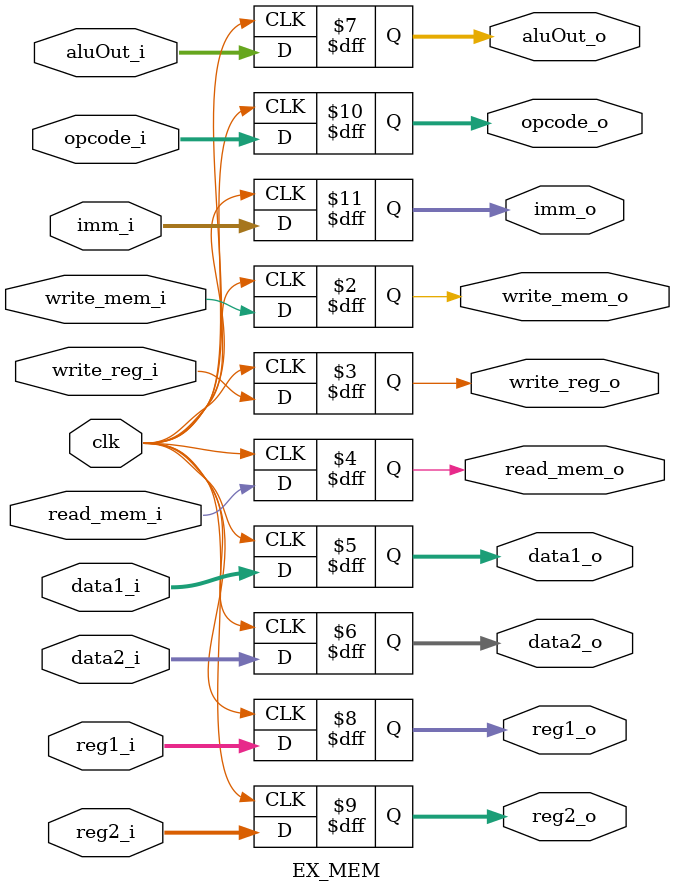
<source format=sv>
module EX_MEM(
	input clk,
	
	//Inputs from control via ID_EX
	input write_mem_i,
	input write_reg_i,
	input read_mem_i,
	
	//Inputs from regfile via ID_EX
	input [7:0] data1_i,
	input [7:0] data2_i,
	
	//Input from ALU
	input [7:0] aluOut_i,
	
	//Inputs from instr_rom via ID_EX via IF_ID
	input [2:0] reg1_i,
	input [2:0] reg2_i,
	input [3:0] opcode_i,
	input [2:0] imm_i,
	
	output wire write_mem_o,
	output wire write_reg_o,
	output wire read_mem_o,
	output wire [7:0] data1_o,
	output wire [7:0] data2_o,
	output wire [7:0] aluOut_o,
	output wire [2:0] reg1_o,
	output wire [2:0] reg2_o,
	output wire [3:0] opcode_o,
	output wire [2:0] imm_o
);

always_ff @ (posedge clk) begin
	write_mem_o <= write_mem_i;
	write_reg_o <= write_reg_i;
	read_mem_o <= read_mem_i;
	data1_o <= data1_i;
	data2_o <= data2_i;
	aluOut_o <= aluOut_i;
	reg1_o <= reg1_i;
	reg2_o <= reg2_i;
	opcode_o <= opcode_i;
	imm_o <= imm_i;
end

endmodule
</source>
